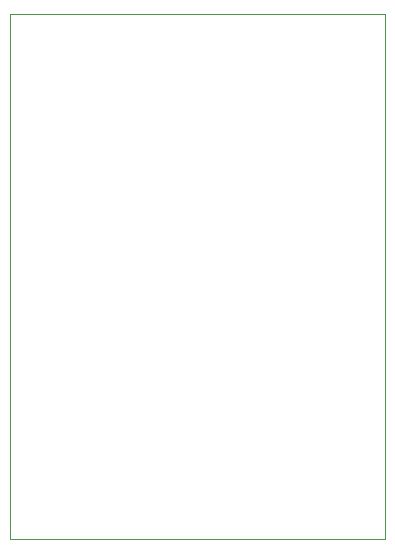
<source format=gbr>
%TF.GenerationSoftware,KiCad,Pcbnew,(6.0.6)*%
%TF.CreationDate,2023-01-19T12:46:02-03:00*%
%TF.ProjectId,mod_sensores,6d6f645f-7365-46e7-936f-7265732e6b69,rev?*%
%TF.SameCoordinates,Original*%
%TF.FileFunction,Profile,NP*%
%FSLAX46Y46*%
G04 Gerber Fmt 4.6, Leading zero omitted, Abs format (unit mm)*
G04 Created by KiCad (PCBNEW (6.0.6)) date 2023-01-19 12:46:02*
%MOMM*%
%LPD*%
G01*
G04 APERTURE LIST*
%TA.AperFunction,Profile*%
%ADD10C,0.100000*%
%TD*%
G04 APERTURE END LIST*
D10*
X117500000Y-109250000D02*
X85750000Y-109250000D01*
X85750000Y-109250000D02*
X85750000Y-64750000D01*
X85750000Y-64750000D02*
X117500000Y-64750000D01*
X117500000Y-64750000D02*
X117500000Y-109250000D01*
M02*

</source>
